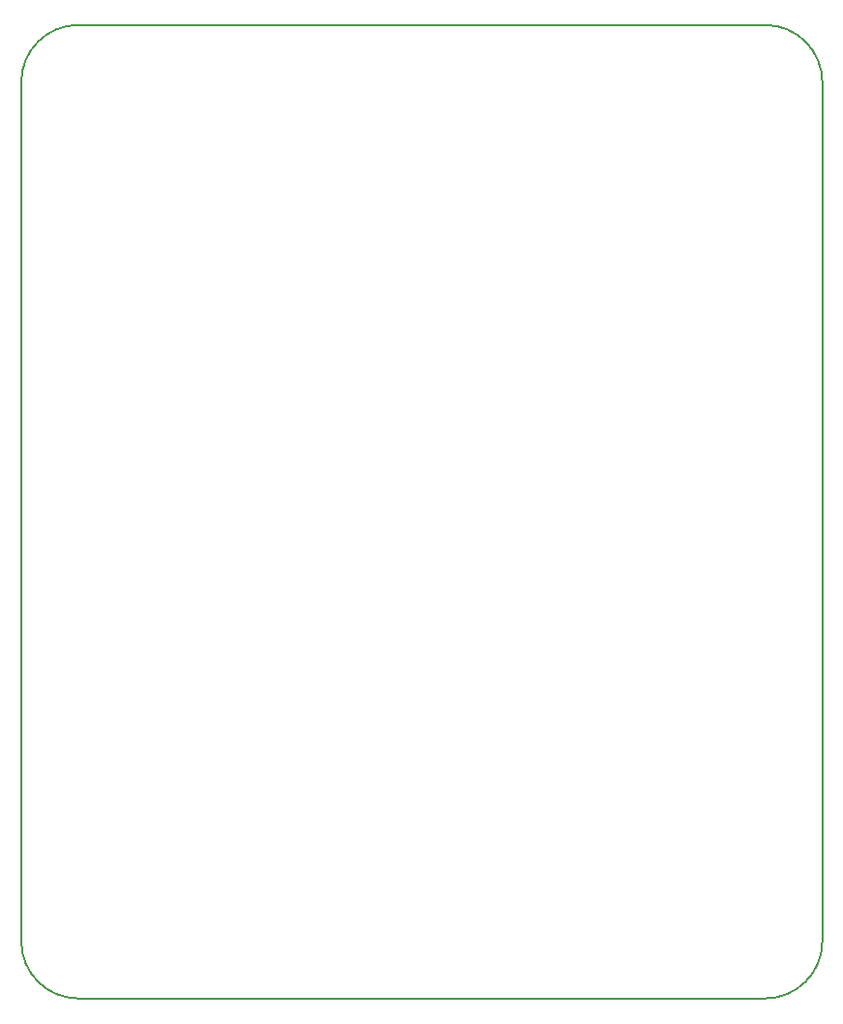
<source format=gbr>
%TF.GenerationSoftware,KiCad,Pcbnew,8.0.3*%
%TF.CreationDate,2024-06-19T01:19:57-05:00*%
%TF.ProjectId,bicep,62696365-702e-46b6-9963-61645f706362,rev?*%
%TF.SameCoordinates,Original*%
%TF.FileFunction,Profile,NP*%
%FSLAX46Y46*%
G04 Gerber Fmt 4.6, Leading zero omitted, Abs format (unit mm)*
G04 Created by KiCad (PCBNEW 8.0.3) date 2024-06-19 01:19:57*
%MOMM*%
%LPD*%
G01*
G04 APERTURE LIST*
%TA.AperFunction,Profile*%
%ADD10C,0.200000*%
%TD*%
G04 APERTURE END LIST*
D10*
X109000000Y-63500000D02*
X109000000Y-138500000D01*
X114000000Y-58500000D02*
X174000000Y-58500000D01*
X174000000Y-58500000D02*
G75*
G02*
X179000000Y-63500000I0J-5000000D01*
G01*
X109000000Y-63500000D02*
G75*
G02*
X114000000Y-58500000I5000000J0D01*
G01*
X179000000Y-63500000D02*
X179000000Y-138500000D01*
X114000000Y-143500000D02*
G75*
G02*
X109000000Y-138500000I0J5000000D01*
G01*
X179000000Y-138500000D02*
G75*
G02*
X174000000Y-143500000I-5000000J0D01*
G01*
X114000000Y-143500000D02*
X174000000Y-143500000D01*
M02*

</source>
